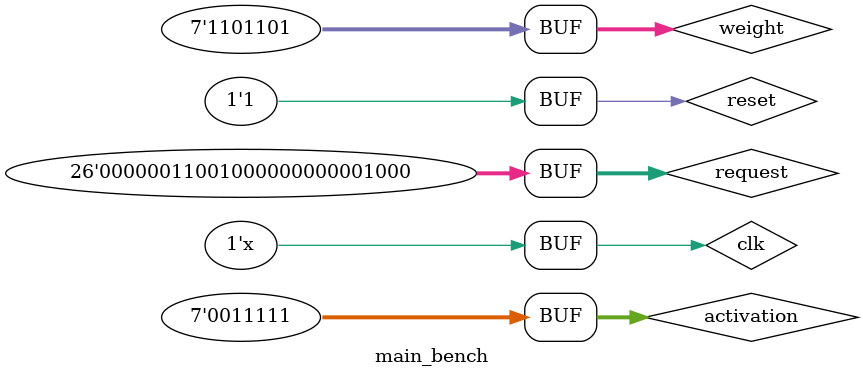
<source format=v>
`timescale 1ns / 1ps


module main_bench();
reg clk,reset;
reg [6:0] activation,weight;
reg [25:0] request;

wire [8:0] filterBit;      
wire [35:0] filterWeight;         
wire [53:0] filterOut;
wire [8:0] drop; 

wire [2:0] op;
wire [2:0] rank_id;
wire [3:0] bg_id;
wire [14:0] addr;

wire [2:0] rank1_id;
wire [3:0] bg1_id;
wire [3:0] addr1;
wire [2:0] rank2_id;
wire [3:0] bg2_id;
wire [3:0] addr2;

wire bgs;
wire [1:0] act_func;

main main1(clk,reset,activation,weight,request,filterBit,filterWeight,filterOut,drop,op,rank_id,bg_id,addr,rank1_id,bg1_id,addr1,rank2_id,bg2_id,addr2,bgs,act_func);

initial clk=1;
always #1 clk<=~clk;

initial
begin 
     reset<=1'b0;    weight<=7'b11_011_01;     activation<=7'b00_111_11;  request<=26'b00000_001_1001_0000000_00001000; 
     #2  reset<=1'b1;
end

endmodule

</source>
